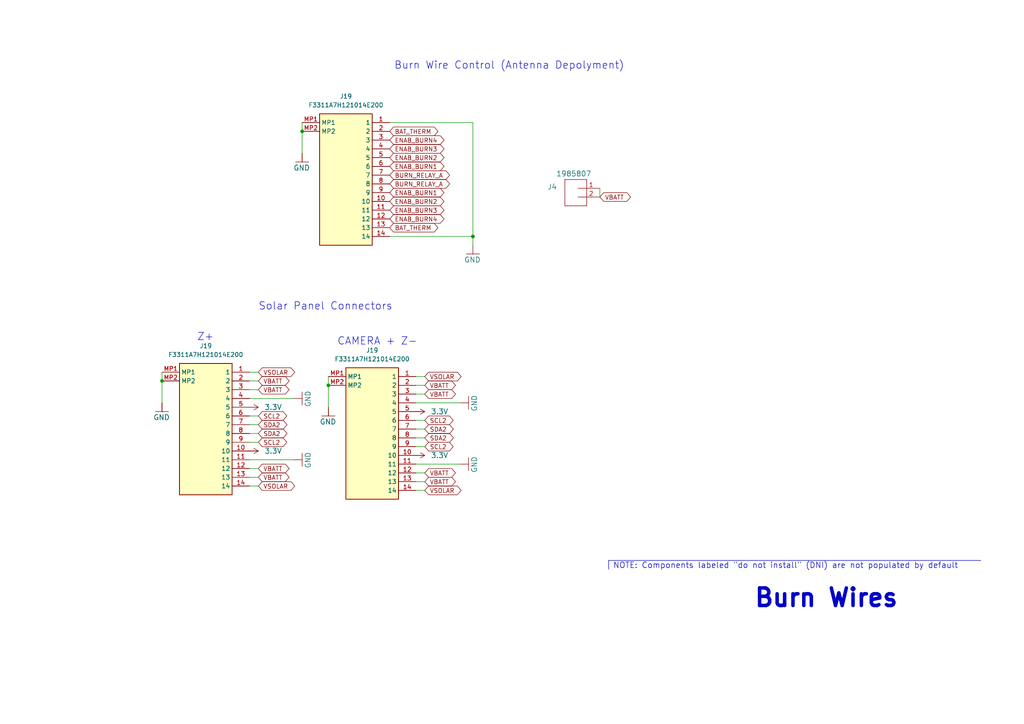
<source format=kicad_sch>
(kicad_sch (version 20230121) (generator eeschema)
  (paper "A4")
  (title_block (title "PyCubed Mainboard") (date "2021-06-09") (rev "v05c") (company "Max Holliday"))
  (lib_symbols
    (symbol "NDS8434_1" (pin_names (offset 1.016))
      (symbol "NDS8434_1_0_0"
        (polyline (pts (xy -7.62 -10.16) (xy -7.62 10.16)) (stroke (width 0.254)))
        (polyline (pts (xy -7.62 10.16) (xy 7.62 10.16)) (stroke (width 0.254)))
        (polyline (pts (xy 7.62 -10.16) (xy -7.62 -10.16)) (stroke (width 0.254)))
        (polyline (pts (xy 7.62 10.16) (xy 7.62 -10.16)) (stroke (width 0.254)))
        (pin bidirectional line (at -12.7 7.62 0) (length 5.08) (name "Source") (number "1"))
        (pin bidirectional line (at -12.7 2.54 0) (length 5.08) (name "Source") (number "2"))
        (pin bidirectional line (at -12.7 -2.54 0) (length 5.08) (name "Source") (number "3"))
        (pin bidirectional line (at -12.7 -7.62 0) (length 5.08) (name "Gate") (number "4"))
        (pin bidirectional line (at 12.7 7.62 180) (length 5.08) (name "Drain") (number "5"))
        (pin bidirectional line (at 12.7 2.54 180) (length 5.08) (name "Drain") (number "6"))
        (pin bidirectional line (at 12.7 -7.62 180) (length 5.08) (name "Drain") (number "7"))
        (pin bidirectional line (at 12.7 -2.54 180) (length 5.08) (name "Drain") (number "8"))
      )
    )
    (symbol "NDS8434_2" (pin_names (offset 1.016))
      (symbol "NDS8434_2_0_0"
        (polyline (pts (xy -7.62 -10.16) (xy -7.62 10.16)) (stroke (width 0.254)))
        (polyline (pts (xy -7.62 10.16) (xy 7.62 10.16)) (stroke (width 0.254)))
        (polyline (pts (xy 7.62 -10.16) (xy -7.62 -10.16)) (stroke (width 0.254)))
        (polyline (pts (xy 7.62 10.16) (xy 7.62 -10.16)) (stroke (width 0.254)))
        (pin bidirectional line (at -12.7 7.62 0) (length 5.08) (name "Source") (number "1"))
        (pin bidirectional line (at -12.7 2.54 0) (length 5.08) (name "Source") (number "2"))
        (pin bidirectional line (at -12.7 -2.54 0) (length 5.08) (name "Source") (number "3"))
        (pin bidirectional line (at -12.7 -7.62 0) (length 5.08) (name "Gate") (number "4"))
        (pin bidirectional line (at 12.7 7.62 180) (length 5.08) (name "Drain") (number "5"))
        (pin bidirectional line (at 12.7 2.54 180) (length 5.08) (name "Drain") (number "6"))
        (pin bidirectional line (at 12.7 -7.62 180) (length 5.08) (name "Drain") (number "7"))
        (pin bidirectional line (at 12.7 -2.54 180) (length 5.08) (name "Drain") (number "8"))
      )
    )
    (symbol "SamacSys_Parts:F3311A7H121014E200"
      (property "Reference" "J" (at 21.59 7.62 0))
      (property "Value" "F3311A7H121014E200" (at 21.59 5.08 0))
      (symbol "F3311A7H121014E200_1_1"
        (rectangle (start 5.08 2.54) (end 20.32 -35.56) (stroke (width 0.254)) (fill (type background)))
        (pin passive line (at 25.4 0 180) (length 5.08) (name "1") (number "1"))
        (pin passive line (at 25.4 -22.86 180) (length 5.08) (name "10") (number "10"))
        (pin passive line (at 25.4 -25.4 180) (length 5.08) (name "11") (number "11"))
        (pin passive line (at 25.4 -27.94 180) (length 5.08) (name "12") (number "12"))
        (pin passive line (at 25.4 -30.48 180) (length 5.08) (name "13") (number "13"))
        (pin passive line (at 25.4 -33.02 180) (length 5.08) (name "14") (number "14"))
        (pin passive line (at 25.4 -2.54 180) (length 5.08) (name "2") (number "2"))
        (pin passive line (at 25.4 -5.08 180) (length 5.08) (name "3") (number "3"))
        (pin passive line (at 25.4 -7.62 180) (length 5.08) (name "4") (number "4"))
        (pin passive line (at 25.4 -10.16 180) (length 5.08) (name "5") (number "5"))
        (pin passive line (at 25.4 -12.7 180) (length 5.08) (name "6") (number "6"))
        (pin passive line (at 25.4 -15.24 180) (length 5.08) (name "7") (number "7"))
        (pin passive line (at 25.4 -17.78 180) (length 5.08) (name "8") (number "8"))
        (pin passive line (at 25.4 -20.32 180) (length 5.08) (name "9") (number "9"))
        (pin passive line (at 0 0 0) (length 5.08) (name "MP1") (number "MP1"))
        (pin passive line (at 0 -2.54 0) (length 5.08) (name "MP2") (number "MP2"))
      )
    )
    (symbol "mainboard:3.3V" (power) (pin_names (offset 1.016))
      (property "Value" "3.3V" (at -1.016 3.556 0))
      (symbol "3.3V_1_0"
        (polyline (pts (xy 0 2.54) (xy -0.762 1.27)))
        (polyline (pts (xy 0.762 1.27) (xy 0 2.54)))
        (pin power_in line (at 0 0 90) (length 2.54) (name "3.3V") (number "1"))
      )
    )
    (symbol "mainboard:GND" (power) (pin_names (offset 1.016))
      (property "Value" "GND" (at -2.54 -2.54 0))
      (symbol "GND_1_0"
        (polyline (pts (xy -1.905 0) (xy 1.905 0)))
        (pin power_in line (at 0 2.54 270) (length 2.54) (name "GND") (number "1"))
      )
    )
    (symbol "mainboard:M023.5MM_LOCK" (pin_names (offset 1.016))
      (property "Reference" "JP" (at -2.54 5.842 0))
      (property "Value" "M023.5MM_LOCK" (at -2.54 -5.08 0))
      (symbol "M023.5MM_LOCK_1_0"
        (polyline (pts (xy -2.54 5.08) (xy -2.54 -2.54)))
        (polyline (pts (xy -2.54 5.08) (xy 3.81 5.08)))
        (polyline (pts (xy 1.27 0) (xy 2.54 0)))
        (polyline (pts (xy 1.27 2.54) (xy 2.54 2.54)))
        (polyline (pts (xy 3.81 -2.54) (xy -2.54 -2.54)))
        (polyline (pts (xy 3.81 -2.54) (xy 3.81 5.08)))
        (pin passive line (at 7.62 0 180) (length 5.08) (name "1") (number "1"))
        (pin passive line (at 7.62 2.54 180) (length 5.08) (name "2") (number "2"))
      )
    )
  )
  (junction (at 46.99 110.49))
  (junction (at 87.63 38.1))
  (junction (at 137.16 68.58))
  (junction (at 95.25 111.76))
  (wire (pts (xy 74.93 120.65) (xy 72.39 120.65)))
  (wire (pts (xy 120.65 142.24) (xy 123.19 142.24)))
  (wire (pts (xy 46.99 107.95) (xy 46.99 110.49)))
  (wire (pts (xy 120.65 137.16) (xy 123.19 137.16)))
  (wire (pts (xy 72.39 140.97) (xy 74.93 140.97)))
  (wire (pts (xy 87.63 35.56) (xy 87.63 38.1)))
  (wire (pts (xy 120.65 134.62) (xy 133.35 134.62)))
  (wire (pts (xy 123.19 114.3) (xy 120.65 114.3)))
  (wire (pts (xy 74.93 125.73) (xy 72.39 125.73)))
  (wire (pts (xy 72.39 107.95) (xy 74.93 107.95)))
  (wire (pts (xy 123.19 121.92) (xy 120.65 121.92)))
  (wire (pts (xy 120.65 109.22) (xy 123.19 109.22)))
  (wire (pts (xy 72.39 133.35) (xy 85.09 133.35)))
  (wire (pts (xy 74.93 123.19) (xy 72.39 123.19)))
  (wire (pts (xy 123.19 129.54) (xy 120.65 129.54)))
  (polyline (pts (xy 176.53 165.1) (xy 176.53 162.56)))
  (wire (pts (xy 74.93 128.27) (xy 72.39 128.27)))
  (wire (pts (xy 74.93 110.49) (xy 72.39 110.49)))
  (wire (pts (xy 173.99 54.61) (xy 173.99 57.15)))
  (wire (pts (xy 113.03 68.58) (xy 137.16 68.58)))
  (wire (pts (xy 137.16 35.56) (xy 113.03 35.56)))
  (wire (pts (xy 137.16 68.58) (xy 137.16 71.12)))
  (wire (pts (xy 123.19 127) (xy 120.65 127)))
  (wire (pts (xy 87.63 38.1) (xy 87.63 44.45)))
  (wire (pts (xy 120.65 139.7) (xy 123.19 139.7)))
  (wire (pts (xy 74.93 113.03) (xy 72.39 113.03)))
  (wire (pts (xy 123.19 124.46) (xy 120.65 124.46)))
  (wire (pts (xy 123.19 111.76) (xy 120.65 111.76)))
  (wire (pts (xy 72.39 138.43) (xy 74.93 138.43)))
  (wire (pts (xy 120.65 116.84) (xy 133.35 116.84)))
  (wire (pts (xy 137.16 35.56) (xy 137.16 68.58)))
  (wire (pts (xy 95.25 109.22) (xy 95.25 111.76)))
  (wire (pts (xy 46.99 110.49) (xy 46.99 116.84)))
  (wire (pts (xy 72.39 115.57) (xy 85.09 115.57)))
  (wire (pts (xy 72.39 135.89) (xy 74.93 135.89)))
  (polyline (pts (xy 176.53 162.56) (xy 284.48 162.56)))
  (wire (pts (xy 95.25 111.76) (xy 95.25 118.11)))
  (text "Z+" (at 57.15 99.06 0) (effects (font (size 2.159 2.159)) (justify left bottom)))
  (text "Burn Wire Control (Antenna Depolyment)" (at 114.3 20.32 0) (effects (font (size 2.159 2.159)) (justify left bottom)))
  (text "Burn Wires" (at 218.44 176.53 0) (effects (font (size 5.08 5.08) (thickness 1.016) bold) (justify left bottom)))
  (text "NOTE: Components labeled \"do not install\" (DNI) are not populated by default" (at 177.8 165.1 0) (effects (font (size 1.651 1.651)) (justify left bottom)))
  (text "CAMERA + Z-" (at 97.79 100.33 0) (effects (font (size 2.159 2.159)) (justify left bottom)))
  (text "Solar Panel Connectors" (at 74.93 90.17 0) (effects (font (size 2.159 2.159)) (justify left bottom)))
  (global_label "VBATT" (shape bidirectional) (at 123.19 114.3 0) (property "Intersheetrefs" "${INTERSHEET_REFS}" (effects hide)))
  (global_label "SDA2" (shape bidirectional) (at 123.19 124.46 0) (property "Intersheetrefs" "${INTERSHEET_REFS}" (effects hide)))
  (global_label "VBATT" (shape bidirectional) (at 74.93 110.49 0) (property "Intersheetrefs" "${INTERSHEET_REFS}" (effects hide)))
  (global_label "ENAB_BURN3" (shape bidirectional) (at 113.03 43.18 0) (property "Intersheetrefs" "${INTERSHEET_REFS}" (effects hide)))
  (global_label "BURN_RELAY_A" (shape bidirectional) (at 113.03 53.34 0) (property "Intersheetrefs" "${INTERSHEET_REFS}" (effects hide)))
  (global_label "VSOLAR" (shape bidirectional) (at 123.19 142.24 0) (property "Intersheetrefs" "${INTERSHEET_REFS}" (effects hide)))
  (global_label "SDA2" (shape bidirectional) (at 74.93 123.19 0) (property "Intersheetrefs" "${INTERSHEET_REFS}" (effects hide)))
  (global_label "VSOLAR" (shape bidirectional) (at 74.93 140.97 0) (property "Intersheetrefs" "${INTERSHEET_REFS}" (effects hide)))
  (global_label "ENAB_BURN1" (shape bidirectional) (at 113.03 55.88 0) (property "Intersheetrefs" "${INTERSHEET_REFS}" (effects hide)))
  (global_label "SCL2" (shape bidirectional) (at 74.93 128.27 0) (property "Intersheetrefs" "${INTERSHEET_REFS}" (effects hide)))
  (global_label "ENAB_BURN3" (shape bidirectional) (at 113.03 60.96 0) (property "Intersheetrefs" "${INTERSHEET_REFS}" (effects hide)))
  (global_label "VBATT" (shape bidirectional) (at 123.19 139.7 0) (property "Intersheetrefs" "${INTERSHEET_REFS}" (effects hide)))
  (global_label "VBATT" (shape bidirectional) (at 123.19 111.76 0) (property "Intersheetrefs" "${INTERSHEET_REFS}" (effects hide)))
  (global_label "VBATT" (shape bidirectional) (at 123.19 137.16 0) (property "Intersheetrefs" "${INTERSHEET_REFS}" (effects hide)))
  (global_label "ENAB_BURN1" (shape bidirectional) (at 113.03 48.26 0) (property "Intersheetrefs" "${INTERSHEET_REFS}" (effects hide)))
  (global_label "SCL2" (shape bidirectional) (at 123.19 129.54 0) (property "Intersheetrefs" "${INTERSHEET_REFS}" (effects hide)))
  (global_label "SCL2" (shape bidirectional) (at 74.93 120.65 0) (property "Intersheetrefs" "${INTERSHEET_REFS}" (effects hide)))
  (global_label "ENAB_BURN2" (shape bidirectional) (at 113.03 45.72 0) (property "Intersheetrefs" "${INTERSHEET_REFS}" (effects hide)))
  (global_label "BAT_THERM" (shape bidirectional) (at 113.03 66.04 0) (property "Intersheetrefs" "${INTERSHEET_REFS}" (effects hide)))
  (global_label "VSOLAR" (shape bidirectional) (at 123.19 109.22 0) (property "Intersheetrefs" "${INTERSHEET_REFS}" (effects hide)))
  (global_label "ENAB_BURN2" (shape bidirectional) (at 113.03 58.42 0) (property "Intersheetrefs" "${INTERSHEET_REFS}" (effects hide)))
  (global_label "VBATT" (shape bidirectional) (at 74.93 138.43 0) (property "Intersheetrefs" "${INTERSHEET_REFS}" (effects hide)))
  (global_label "SCL2" (shape bidirectional) (at 123.19 121.92 0) (property "Intersheetrefs" "${INTERSHEET_REFS}" (effects hide)))
  (global_label "ENAB_BURN4" (shape bidirectional) (at 113.03 63.5 0) (property "Intersheetrefs" "${INTERSHEET_REFS}" (effects hide)))
  (global_label "SDA2" (shape bidirectional) (at 74.93 125.73 0) (property "Intersheetrefs" "${INTERSHEET_REFS}" (effects hide)))
  (global_label "BAT_THERM" (shape bidirectional) (at 113.03 38.1 0) (property "Intersheetrefs" "${INTERSHEET_REFS}" (effects hide)))
  (global_label "VBATT" (shape bidirectional) (at 173.99 57.15 0) (property "Intersheetrefs" "${INTERSHEET_REFS}" (effects hide)))
  (global_label "VSOLAR" (shape bidirectional) (at 74.93 107.95 0) (property "Intersheetrefs" "${INTERSHEET_REFS}" (effects hide)))
  (global_label "ENAB_BURN4" (shape bidirectional) (at 113.03 40.64 0) (property "Intersheetrefs" "${INTERSHEET_REFS}" (effects hide)))
  (global_label "VBATT" (shape bidirectional) (at 74.93 135.89 0) (property "Intersheetrefs" "${INTERSHEET_REFS}" (effects hide)))
  (global_label "SDA2" (shape bidirectional) (at 123.19 127 0) (property "Intersheetrefs" "${INTERSHEET_REFS}" (effects hide)))
  (global_label "VBATT" (shape bidirectional) (at 74.93 113.03 0) (property "Intersheetrefs" "${INTERSHEET_REFS}" (effects hide)))
  (global_label "BURN_RELAY_A" (shape bidirectional) (at 113.03 50.8 0) (property "Intersheetrefs" "${INTERSHEET_REFS}" (effects hide)))
  (symbol (lib_id "mainboard:GND") (at 135.89 116.84 90) (unit 1)
    (property "Reference" "#GND062" (effects hide))
    (property "Value" "GND" (at 138.43 119.38 0) (effects (font (size 1.4986 1.4986)) (justify left bottom)))
    (instances (project "mainboard" (path "" (reference "#GND062") (unit 1)) (path "" (reference "#GND?") (unit 1))))
  )
  (symbol (lib_id "SamacSys_Parts:F3311A7H121014E200") (at 46.99 107.95 0) (unit 1)
    (property "Reference" "J19" (at 59.69 100.33 0))
    (property "Value" "F3311A7H121014E200" (at 59.69 102.87 0))
    (property "Footprint" "F3311A7H121014E200" (effects hide))
    (property "Datasheet" "https://cdn.amphenol-cs.com/media/wysiwyg/files/documentation/datasheet/flex/ffc_fpc_050mm_f331.pdf" (effects hide))
    (property "Height" "1.12" (effects hide))
    (property "Manufacturer_Name" "Amphenol Communications Solutions" (effects hide))
    (property "Manufacturer_Part_Number" "F3311A7H121014E200" (effects hide))
    (instances (project "mainboard" (path "" (reference "J19") (unit 1)) (path "" (reference "J19") (unit 1)) (path "" (reference "J20") (unit 1))))
  )
  (symbol (lib_id "mainboard:3.3V") (at 72.39 130.81 270) (unit 1)
    (property "Reference" "#SUPPLY?" (effects hide))
    (property "Value" "3.3V" (at 76.6826 130.81 90) (effects (font (size 1.4986 1.4986)) (justify left)))
    (instances (project "mainboard" (path "" (reference "#SUPPLY?") (unit 1)) (path "" (reference "#SUPPLY?") (unit 1)) (path "" (reference "#SUPPLY010") (unit 1)) (path "" (reference "#SUPPLY014") (unit 1))))
  )
  (symbol (lib_id "mainboard:3.3V") (at 120.65 119.38 270) (unit 1)
    (property "Reference" "#SUPPLY?" (effects hide))
    (property "Value" "3.3V" (at 124.9426 119.38 90) (effects (font (size 1.4986 1.4986)) (justify left)))
    (instances (project "mainboard" (path "" (reference "#SUPPLY?") (unit 1)) (path "" (reference "#SUPPLY?") (unit 1)) (path "" (reference "#SUPPLY010") (unit 1)) (path "" (reference "#SUPPLY015") (unit 1))))
  )
  (symbol (lib_id "mainboard:GND") (at 87.63 46.99 0) (unit 1)
    (property "Reference" "#GND059" (effects hide))
    (property "Value" "GND" (at 85.09 49.53 0) (effects (font (size 1.4986 1.4986)) (justify left bottom)))
    (instances (project "mainboard" (path "" (reference "#GND059") (unit 1)) (path "" (reference "#GND?") (unit 1))))
  )
  (symbol (lib_id "SamacSys_Parts:F3311A7H121014E200") (at 87.63 35.56 0) (unit 1)
    (property "Reference" "J19" (at 100.33 27.94 0))
    (property "Value" "F3311A7H121014E200" (at 100.33 30.48 0))
    (property "Footprint" "F3311A7H121014E200" (effects hide))
    (property "Datasheet" "https://cdn.amphenol-cs.com/media/wysiwyg/files/documentation/datasheet/flex/ffc_fpc_050mm_f331.pdf" (effects hide))
    (property "Height" "1.12" (effects hide))
    (property "Manufacturer_Name" "Amphenol Communications Solutions" (effects hide))
    (property "Manufacturer_Part_Number" "F3311A7H121014E200" (effects hide))
    (instances (project "mainboard" (path "" (reference "J19") (unit 1)) (path "" (reference "J19") (unit 1)) (path "" (reference "J22") (unit 1))))
  )
  (symbol (lib_id "mainboard:3.3V") (at 120.65 132.08 270) (unit 1)
    (property "Reference" "#SUPPLY?" (effects hide))
    (property "Value" "3.3V" (at 124.9426 132.08 90) (effects (font (size 1.4986 1.4986)) (justify left)))
    (instances (project "mainboard" (path "" (reference "#SUPPLY?") (unit 1)) (path "" (reference "#SUPPLY?") (unit 1)) (path "" (reference "#SUPPLY010") (unit 1)) (path "" (reference "#SUPPLY016") (unit 1))))
  )
  (symbol (lib_id "mainboard:GND") (at 46.99 119.38 0) (unit 1)
    (property "Reference" "#GND061" (effects hide))
    (property "Value" "GND" (at 44.45 121.92 0) (effects (font (size 1.4986 1.4986)) (justify left bottom)))
    (instances (project "mainboard" (path "" (reference "#GND061") (unit 1)) (path "" (reference "#GND?") (unit 1))))
  )
  (symbol (lib_id "mainboard:3.3V") (at 72.39 118.11 270) (unit 1)
    (property "Reference" "#SUPPLY?" (effects hide))
    (property "Value" "3.3V" (at 76.6826 118.11 90) (effects (font (size 1.4986 1.4986)) (justify left)))
    (instances (project "mainboard" (path "" (reference "#SUPPLY?") (unit 1)) (path "" (reference "#SUPPLY?") (unit 1)) (path "" (reference "#SUPPLY010") (unit 1)) (path "" (reference "#SUPPLY03") (unit 1))))
  )
  (symbol (lib_id "mainboard:GND") (at 137.16 73.66 0) (unit 1)
    (property "Reference" "#GND031" (effects hide))
    (property "Value" "GND" (at 134.62 76.2 0) (effects (font (size 1.4986 1.4986)) (justify left bottom)))
    (instances (project "mainboard" (path "" (reference "#GND031") (unit 1)) (path "" (reference "#GND?") (unit 1))))
  )
  (symbol (lib_id "mainboard:GND") (at 87.63 115.57 90) (unit 1)
    (property "Reference" "#GND056" (effects hide))
    (property "Value" "GND" (at 90.17 118.11 0) (effects (font (size 1.4986 1.4986)) (justify left bottom)))
    (instances (project "mainboard" (path "" (reference "#GND056") (unit 1)) (path "" (reference "#GND?") (unit 1))))
  )
  (symbol (lib_id "mainboard:GND") (at 95.25 120.65 0) (unit 1)
    (property "Reference" "#GND060" (effects hide))
    (property "Value" "GND" (at 92.71 123.19 0) (effects (font (size 1.4986 1.4986)) (justify left bottom)))
    (instances (project "mainboard" (path "" (reference "#GND060") (unit 1)) (path "" (reference "#GND?") (unit 1))))
  )
  (symbol (lib_id "mainboard:GND") (at 135.89 134.62 90) (unit 1)
    (property "Reference" "#GND063" (effects hide))
    (property "Value" "GND" (at 138.43 137.16 0) (effects (font (size 1.4986 1.4986)) (justify left bottom)))
    (instances (project "mainboard" (path "" (reference "#GND063") (unit 1)) (path "" (reference "#GND?") (unit 1))))
  )
  (symbol (lib_id "mainboard:M023.5MM_LOCK") (at 166.37 54.61 0) (mirror x) (unit 1)
    (property "Reference" "J4" (at 158.75 53.34 0) (effects (font (size 1.4986 1.4986)) (justify left bottom)))
    (property "Value" "1985807" (at 161.29 49.53 0) (effects (font (size 1.4986 1.4986)) (justify left bottom)))
    (property "Footprint" "mainboard:SCREWTERMINAL-3.5MM-2_LOCK" (effects hide))
    (property "Datasheet" "https://www.mouser.com/datasheet/2/324/4/1985807-1458929.pdf" (effects hide))
    (property "Description" "2-pin Screw Terminal - Side Entry" (effects hide))
    (property "Flight" "1985807" (effects hide))
    (property "Manufacturer_Name" "Phoenix Contact" (effects hide))
    (property "Manufacturer_Part_Number" "1985807" (effects hide))
    (property "Proto" "1985807" (effects hide))
    (instances (project "mainboard" (path "" (reference "J4") (unit 1)) (path "" (reference "JP?") (unit 1)) (path "" (reference "J10") (unit 1))))
  )
  (symbol (lib_id "mainboard:GND") (at 87.63 133.35 90) (unit 1)
    (property "Reference" "#GND058" (effects hide))
    (property "Value" "GND" (at 90.17 135.89 0) (effects (font (size 1.4986 1.4986)) (justify left bottom)))
    (instances (project "mainboard" (path "" (reference "#GND058") (unit 1)) (path "" (reference "#GND?") (unit 1))))
  )
  (symbol (lib_id "SamacSys_Parts:F3311A7H121014E200") (at 95.25 109.22 0) (unit 1)
    (property "Reference" "J19" (at 107.95 101.6 0))
    (property "Value" "F3311A7H121014E200" (at 107.95 104.14 0))
    (property "Footprint" "F3311A7H121014E200" (effects hide))
    (property "Datasheet" "https://cdn.amphenol-cs.com/media/wysiwyg/files/documentation/datasheet/flex/ffc_fpc_050mm_f331.pdf" (effects hide))
    (property "Height" "1.12" (effects hide))
    (property "Manufacturer_Name" "Amphenol Communications Solutions" (effects hide))
    (property "Manufacturer_Part_Number" "F3311A7H121014E200" (effects hide))
    (instances (project "mainboard" (path "" (reference "J19") (unit 1)) (path "" (reference "J19") (unit 1)) (path "" (reference "J21") (unit 1))))
  )
)
</source>
